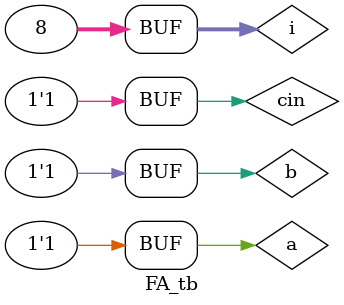
<source format=v>
module FA_tb;
  reg a,b,cin;
  wire cout,s;
  integer i;
  FA uut(cout,s,a,b,cin);
  initial
    begin
      for(i=0;i<8;i++)
      begin
      {a,b,cin}=i;
      #10;
      end
    end
  initial
    begin
      $monitor("input a=%b, b=%b, cin=%b, Output s=%b cout=%b", a,b,cin,s,cout);
    end
  initial 
   begin
    $dumpfile("dump.vcd");
    $dumpvars(1);
   end
endmodule
</source>
